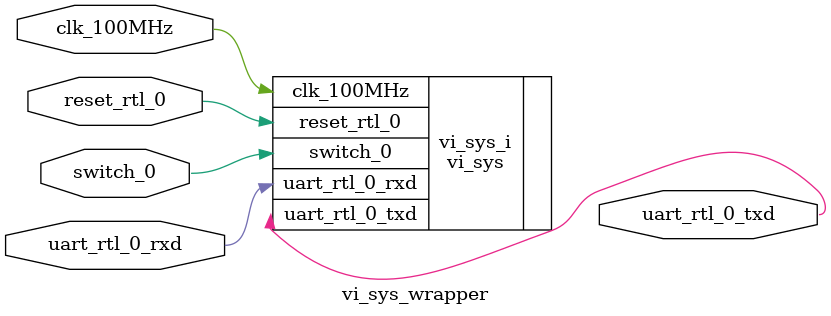
<source format=v>
`timescale 1 ps / 1 ps

module vi_sys_wrapper
   (clk_100MHz,
    reset_rtl_0,
    switch_0,
    uart_rtl_0_rxd,
    uart_rtl_0_txd);
  input clk_100MHz;
  input reset_rtl_0;
  input switch_0;
  input uart_rtl_0_rxd;
  output uart_rtl_0_txd;

  wire clk_100MHz;
  wire reset_rtl_0;
  wire switch_0;
  wire uart_rtl_0_rxd;
  wire uart_rtl_0_txd;

  vi_sys vi_sys_i
       (.clk_100MHz(clk_100MHz),
        .reset_rtl_0(reset_rtl_0),
        .switch_0(switch_0),
        .uart_rtl_0_rxd(uart_rtl_0_rxd),
        .uart_rtl_0_txd(uart_rtl_0_txd));
endmodule

</source>
